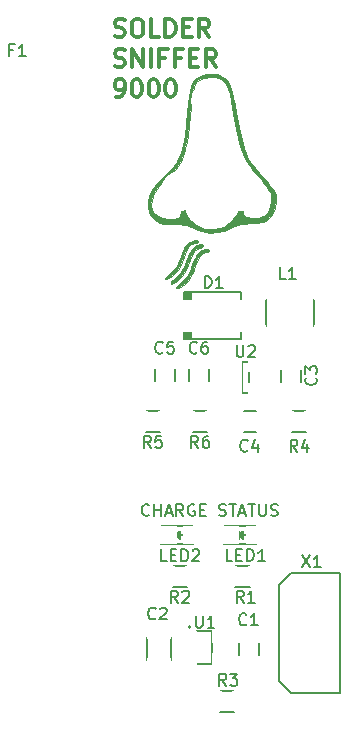
<source format=gto>
G04 #@! TF.GenerationSoftware,KiCad,Pcbnew,(2017-01-24 revision 0b6147e)-makepkg*
G04 #@! TF.CreationDate,2017-05-22T07:18:10-07:00*
G04 #@! TF.ProjectId,SolderSniffer9000,536F6C646572536E6966666572393030,rev?*
G04 #@! TF.FileFunction,Legend,Top*
G04 #@! TF.FilePolarity,Positive*
%FSLAX46Y46*%
G04 Gerber Fmt 4.6, Leading zero omitted, Abs format (unit mm)*
G04 Created by KiCad (PCBNEW (2017-01-24 revision 0b6147e)-makepkg) date 05/22/17 07:18:10*
%MOMM*%
%LPD*%
G01*
G04 APERTURE LIST*
%ADD10C,0.100000*%
%ADD11C,0.300000*%
%ADD12C,0.150000*%
%ADD13C,0.010000*%
%ADD14C,0.127000*%
%ADD15C,0.007620*%
%ADD16C,0.152400*%
%ADD17C,3.400000*%
%ADD18R,1.650000X1.400000*%
%ADD19R,2.000000X1.400000*%
%ADD20R,1.400000X1.650000*%
%ADD21R,4.000000X1.900000*%
%ADD22R,1.598880X1.598880*%
%ADD23C,2.400000*%
%ADD24R,1.100000X1.700000*%
%ADD25C,1.800000*%
%ADD26R,1.500000X1.000000*%
%ADD27R,1.800000X1.000000*%
%ADD28R,1.602740X0.652780*%
%ADD29R,2.299920X2.299920*%
%ADD30C,1.650006*%
%ADD31C,1.504000*%
%ADD32R,2.398980X2.701240*%
%ADD33C,4.900000*%
G04 APERTURE END LIST*
D10*
D11*
X145380714Y-48957142D02*
X145595000Y-49028571D01*
X145952142Y-49028571D01*
X146095000Y-48957142D01*
X146166428Y-48885714D01*
X146237857Y-48742857D01*
X146237857Y-48600000D01*
X146166428Y-48457142D01*
X146095000Y-48385714D01*
X145952142Y-48314285D01*
X145666428Y-48242857D01*
X145523571Y-48171428D01*
X145452142Y-48100000D01*
X145380714Y-47957142D01*
X145380714Y-47814285D01*
X145452142Y-47671428D01*
X145523571Y-47600000D01*
X145666428Y-47528571D01*
X146023571Y-47528571D01*
X146237857Y-47600000D01*
X147166428Y-47528571D02*
X147452142Y-47528571D01*
X147595000Y-47600000D01*
X147737857Y-47742857D01*
X147809285Y-48028571D01*
X147809285Y-48528571D01*
X147737857Y-48814285D01*
X147595000Y-48957142D01*
X147452142Y-49028571D01*
X147166428Y-49028571D01*
X147023571Y-48957142D01*
X146880714Y-48814285D01*
X146809285Y-48528571D01*
X146809285Y-48028571D01*
X146880714Y-47742857D01*
X147023571Y-47600000D01*
X147166428Y-47528571D01*
X149166428Y-49028571D02*
X148452142Y-49028571D01*
X148452142Y-47528571D01*
X149666428Y-49028571D02*
X149666428Y-47528571D01*
X150023571Y-47528571D01*
X150237857Y-47600000D01*
X150380714Y-47742857D01*
X150452142Y-47885714D01*
X150523571Y-48171428D01*
X150523571Y-48385714D01*
X150452142Y-48671428D01*
X150380714Y-48814285D01*
X150237857Y-48957142D01*
X150023571Y-49028571D01*
X149666428Y-49028571D01*
X151166428Y-48242857D02*
X151666428Y-48242857D01*
X151880714Y-49028571D02*
X151166428Y-49028571D01*
X151166428Y-47528571D01*
X151880714Y-47528571D01*
X153380714Y-49028571D02*
X152880714Y-48314285D01*
X152523571Y-49028571D02*
X152523571Y-47528571D01*
X153095000Y-47528571D01*
X153237857Y-47600000D01*
X153309285Y-47671428D01*
X153380714Y-47814285D01*
X153380714Y-48028571D01*
X153309285Y-48171428D01*
X153237857Y-48242857D01*
X153095000Y-48314285D01*
X152523571Y-48314285D01*
X145380714Y-51507142D02*
X145595000Y-51578571D01*
X145952142Y-51578571D01*
X146095000Y-51507142D01*
X146166428Y-51435714D01*
X146237857Y-51292857D01*
X146237857Y-51150000D01*
X146166428Y-51007142D01*
X146095000Y-50935714D01*
X145952142Y-50864285D01*
X145666428Y-50792857D01*
X145523571Y-50721428D01*
X145452142Y-50650000D01*
X145380714Y-50507142D01*
X145380714Y-50364285D01*
X145452142Y-50221428D01*
X145523571Y-50150000D01*
X145666428Y-50078571D01*
X146023571Y-50078571D01*
X146237857Y-50150000D01*
X146880714Y-51578571D02*
X146880714Y-50078571D01*
X147737857Y-51578571D01*
X147737857Y-50078571D01*
X148452142Y-51578571D02*
X148452142Y-50078571D01*
X149666428Y-50792857D02*
X149166428Y-50792857D01*
X149166428Y-51578571D02*
X149166428Y-50078571D01*
X149880714Y-50078571D01*
X150952142Y-50792857D02*
X150452142Y-50792857D01*
X150452142Y-51578571D02*
X150452142Y-50078571D01*
X151166428Y-50078571D01*
X151737857Y-50792857D02*
X152237857Y-50792857D01*
X152452142Y-51578571D02*
X151737857Y-51578571D01*
X151737857Y-50078571D01*
X152452142Y-50078571D01*
X153952142Y-51578571D02*
X153452142Y-50864285D01*
X153095000Y-51578571D02*
X153095000Y-50078571D01*
X153666428Y-50078571D01*
X153809285Y-50150000D01*
X153880714Y-50221428D01*
X153952142Y-50364285D01*
X153952142Y-50578571D01*
X153880714Y-50721428D01*
X153809285Y-50792857D01*
X153666428Y-50864285D01*
X153095000Y-50864285D01*
X145523571Y-54128571D02*
X145809285Y-54128571D01*
X145952142Y-54057142D01*
X146023571Y-53985714D01*
X146166428Y-53771428D01*
X146237857Y-53485714D01*
X146237857Y-52914285D01*
X146166428Y-52771428D01*
X146095000Y-52700000D01*
X145952142Y-52628571D01*
X145666428Y-52628571D01*
X145523571Y-52700000D01*
X145452142Y-52771428D01*
X145380714Y-52914285D01*
X145380714Y-53271428D01*
X145452142Y-53414285D01*
X145523571Y-53485714D01*
X145666428Y-53557142D01*
X145952142Y-53557142D01*
X146095000Y-53485714D01*
X146166428Y-53414285D01*
X146237857Y-53271428D01*
X147166428Y-52628571D02*
X147309285Y-52628571D01*
X147452142Y-52700000D01*
X147523571Y-52771428D01*
X147595000Y-52914285D01*
X147666428Y-53200000D01*
X147666428Y-53557142D01*
X147595000Y-53842857D01*
X147523571Y-53985714D01*
X147452142Y-54057142D01*
X147309285Y-54128571D01*
X147166428Y-54128571D01*
X147023571Y-54057142D01*
X146952142Y-53985714D01*
X146880714Y-53842857D01*
X146809285Y-53557142D01*
X146809285Y-53200000D01*
X146880714Y-52914285D01*
X146952142Y-52771428D01*
X147023571Y-52700000D01*
X147166428Y-52628571D01*
X148595000Y-52628571D02*
X148737857Y-52628571D01*
X148880714Y-52700000D01*
X148952142Y-52771428D01*
X149023571Y-52914285D01*
X149095000Y-53200000D01*
X149095000Y-53557142D01*
X149023571Y-53842857D01*
X148952142Y-53985714D01*
X148880714Y-54057142D01*
X148737857Y-54128571D01*
X148595000Y-54128571D01*
X148452142Y-54057142D01*
X148380714Y-53985714D01*
X148309285Y-53842857D01*
X148237857Y-53557142D01*
X148237857Y-53200000D01*
X148309285Y-52914285D01*
X148380714Y-52771428D01*
X148452142Y-52700000D01*
X148595000Y-52628571D01*
X150023571Y-52628571D02*
X150166428Y-52628571D01*
X150309285Y-52700000D01*
X150380714Y-52771428D01*
X150452142Y-52914285D01*
X150523571Y-53200000D01*
X150523571Y-53557142D01*
X150452142Y-53842857D01*
X150380714Y-53985714D01*
X150309285Y-54057142D01*
X150166428Y-54128571D01*
X150023571Y-54128571D01*
X149880714Y-54057142D01*
X149809285Y-53985714D01*
X149737857Y-53842857D01*
X149666428Y-53557142D01*
X149666428Y-53200000D01*
X149737857Y-52914285D01*
X149809285Y-52771428D01*
X149880714Y-52700000D01*
X150023571Y-52628571D01*
D12*
X148273142Y-89511142D02*
X148225523Y-89558761D01*
X148082666Y-89606380D01*
X147987428Y-89606380D01*
X147844571Y-89558761D01*
X147749333Y-89463523D01*
X147701714Y-89368285D01*
X147654095Y-89177809D01*
X147654095Y-89034952D01*
X147701714Y-88844476D01*
X147749333Y-88749238D01*
X147844571Y-88654000D01*
X147987428Y-88606380D01*
X148082666Y-88606380D01*
X148225523Y-88654000D01*
X148273142Y-88701619D01*
X148701714Y-89606380D02*
X148701714Y-88606380D01*
X148701714Y-89082571D02*
X149273142Y-89082571D01*
X149273142Y-89606380D02*
X149273142Y-88606380D01*
X149701714Y-89320666D02*
X150177904Y-89320666D01*
X149606476Y-89606380D02*
X149939809Y-88606380D01*
X150273142Y-89606380D01*
X151177904Y-89606380D02*
X150844571Y-89130190D01*
X150606476Y-89606380D02*
X150606476Y-88606380D01*
X150987428Y-88606380D01*
X151082666Y-88654000D01*
X151130285Y-88701619D01*
X151177904Y-88796857D01*
X151177904Y-88939714D01*
X151130285Y-89034952D01*
X151082666Y-89082571D01*
X150987428Y-89130190D01*
X150606476Y-89130190D01*
X152130285Y-88654000D02*
X152035047Y-88606380D01*
X151892190Y-88606380D01*
X151749333Y-88654000D01*
X151654095Y-88749238D01*
X151606476Y-88844476D01*
X151558857Y-89034952D01*
X151558857Y-89177809D01*
X151606476Y-89368285D01*
X151654095Y-89463523D01*
X151749333Y-89558761D01*
X151892190Y-89606380D01*
X151987428Y-89606380D01*
X152130285Y-89558761D01*
X152177904Y-89511142D01*
X152177904Y-89177809D01*
X151987428Y-89177809D01*
X152606476Y-89082571D02*
X152939809Y-89082571D01*
X153082666Y-89606380D02*
X152606476Y-89606380D01*
X152606476Y-88606380D01*
X153082666Y-88606380D01*
X154225523Y-89558761D02*
X154368380Y-89606380D01*
X154606476Y-89606380D01*
X154701714Y-89558761D01*
X154749333Y-89511142D01*
X154796952Y-89415904D01*
X154796952Y-89320666D01*
X154749333Y-89225428D01*
X154701714Y-89177809D01*
X154606476Y-89130190D01*
X154416000Y-89082571D01*
X154320761Y-89034952D01*
X154273142Y-88987333D01*
X154225523Y-88892095D01*
X154225523Y-88796857D01*
X154273142Y-88701619D01*
X154320761Y-88654000D01*
X154416000Y-88606380D01*
X154654095Y-88606380D01*
X154796952Y-88654000D01*
X155082666Y-88606380D02*
X155654095Y-88606380D01*
X155368380Y-89606380D02*
X155368380Y-88606380D01*
X155939809Y-89320666D02*
X156416000Y-89320666D01*
X155844571Y-89606380D02*
X156177904Y-88606380D01*
X156511238Y-89606380D01*
X156701714Y-88606380D02*
X157273142Y-88606380D01*
X156987428Y-89606380D02*
X156987428Y-88606380D01*
X157606476Y-88606380D02*
X157606476Y-89415904D01*
X157654095Y-89511142D01*
X157701714Y-89558761D01*
X157796952Y-89606380D01*
X157987428Y-89606380D01*
X158082666Y-89558761D01*
X158130285Y-89511142D01*
X158177904Y-89415904D01*
X158177904Y-88606380D01*
X158606476Y-89558761D02*
X158749333Y-89606380D01*
X158987428Y-89606380D01*
X159082666Y-89558761D01*
X159130285Y-89511142D01*
X159177904Y-89415904D01*
X159177904Y-89320666D01*
X159130285Y-89225428D01*
X159082666Y-89177809D01*
X158987428Y-89130190D01*
X158796952Y-89082571D01*
X158701714Y-89034952D01*
X158654095Y-88987333D01*
X158606476Y-88892095D01*
X158606476Y-88796857D01*
X158654095Y-88701619D01*
X158701714Y-88654000D01*
X158796952Y-88606380D01*
X159035047Y-88606380D01*
X159177904Y-88654000D01*
D13*
G36*
X153293390Y-67029189D02*
X153328250Y-67146258D01*
X153238919Y-67248305D01*
X153094833Y-67284000D01*
X152835745Y-67366393D01*
X152587855Y-67604479D01*
X152362256Y-67984618D01*
X152207494Y-68375176D01*
X152067302Y-68750624D01*
X151904475Y-69119670D01*
X151752204Y-69407635D01*
X151739722Y-69427700D01*
X151546776Y-69684223D01*
X151316583Y-69920546D01*
X151076592Y-70118163D01*
X150854248Y-70258564D01*
X150676998Y-70323243D01*
X150572290Y-70293691D01*
X150555611Y-70226166D01*
X150623870Y-70123482D01*
X150794668Y-69982375D01*
X150907072Y-69908666D01*
X151251847Y-69625693D01*
X151552127Y-69215250D01*
X151818218Y-68661363D01*
X151956097Y-68282695D01*
X152083506Y-67940320D01*
X152219822Y-67637529D01*
X152339583Y-67429659D01*
X152361280Y-67402046D01*
X152539751Y-67253160D01*
X152777634Y-67122702D01*
X153021077Y-67032213D01*
X153216228Y-67003234D01*
X153293390Y-67029189D01*
X153293390Y-67029189D01*
G37*
X153293390Y-67029189D02*
X153328250Y-67146258D01*
X153238919Y-67248305D01*
X153094833Y-67284000D01*
X152835745Y-67366393D01*
X152587855Y-67604479D01*
X152362256Y-67984618D01*
X152207494Y-68375176D01*
X152067302Y-68750624D01*
X151904475Y-69119670D01*
X151752204Y-69407635D01*
X151739722Y-69427700D01*
X151546776Y-69684223D01*
X151316583Y-69920546D01*
X151076592Y-70118163D01*
X150854248Y-70258564D01*
X150676998Y-70323243D01*
X150572290Y-70293691D01*
X150555611Y-70226166D01*
X150623870Y-70123482D01*
X150794668Y-69982375D01*
X150907072Y-69908666D01*
X151251847Y-69625693D01*
X151552127Y-69215250D01*
X151818218Y-68661363D01*
X151956097Y-68282695D01*
X152083506Y-67940320D01*
X152219822Y-67637529D01*
X152339583Y-67429659D01*
X152361280Y-67402046D01*
X152539751Y-67253160D01*
X152777634Y-67122702D01*
X153021077Y-67032213D01*
X153216228Y-67003234D01*
X153293390Y-67029189D01*
G36*
X152811495Y-66646718D02*
X152829514Y-66737805D01*
X152732593Y-66836325D01*
X152582779Y-66890810D01*
X152335152Y-66986927D01*
X152124411Y-67181295D01*
X151934277Y-67495843D01*
X151748473Y-67952495D01*
X151708491Y-68068466D01*
X151423180Y-68745373D01*
X151070906Y-69289855D01*
X150660762Y-69688917D01*
X150499908Y-69794938D01*
X150283498Y-69911240D01*
X150166421Y-69939569D01*
X150108207Y-69887498D01*
X150100655Y-69869648D01*
X150132134Y-69732407D01*
X150292552Y-69615839D01*
X150663610Y-69339880D01*
X151004982Y-68922752D01*
X151296475Y-68392354D01*
X151438580Y-68032653D01*
X151569100Y-67679882D01*
X151702880Y-67362646D01*
X151816415Y-67135522D01*
X151843632Y-67092222D01*
X152080758Y-66848690D01*
X152379555Y-66672995D01*
X152665796Y-66606666D01*
X152811495Y-66646718D01*
X152811495Y-66646718D01*
G37*
X152811495Y-66646718D02*
X152829514Y-66737805D01*
X152732593Y-66836325D01*
X152582779Y-66890810D01*
X152335152Y-66986927D01*
X152124411Y-67181295D01*
X151934277Y-67495843D01*
X151748473Y-67952495D01*
X151708491Y-68068466D01*
X151423180Y-68745373D01*
X151070906Y-69289855D01*
X150660762Y-69688917D01*
X150499908Y-69794938D01*
X150283498Y-69911240D01*
X150166421Y-69939569D01*
X150108207Y-69887498D01*
X150100655Y-69869648D01*
X150132134Y-69732407D01*
X150292552Y-69615839D01*
X150663610Y-69339880D01*
X151004982Y-68922752D01*
X151296475Y-68392354D01*
X151438580Y-68032653D01*
X151569100Y-67679882D01*
X151702880Y-67362646D01*
X151816415Y-67135522D01*
X151843632Y-67092222D01*
X152080758Y-66848690D01*
X152379555Y-66672995D01*
X152665796Y-66606666D01*
X152811495Y-66646718D01*
G36*
X152344313Y-66247746D02*
X152349883Y-66252682D01*
X152395135Y-66380571D01*
X152307903Y-66485963D01*
X152154025Y-66522000D01*
X151869960Y-66603992D01*
X151613584Y-66840020D01*
X151408686Y-67197908D01*
X151307800Y-67450009D01*
X151243282Y-67645017D01*
X151230667Y-67710924D01*
X151196167Y-67832489D01*
X151105497Y-68057979D01*
X150977904Y-68339707D01*
X150971231Y-68353723D01*
X150711946Y-68798815D01*
X150390547Y-69147175D01*
X150286295Y-69233661D01*
X149969172Y-69460166D01*
X149752206Y-69560213D01*
X149638886Y-69532605D01*
X149622000Y-69461254D01*
X149688501Y-69347306D01*
X149850002Y-69218010D01*
X149864147Y-69209469D01*
X150271821Y-68883691D01*
X150618894Y-68419357D01*
X150913542Y-67804984D01*
X150968664Y-67658210D01*
X151102812Y-67302886D01*
X151232057Y-66988927D01*
X151336088Y-66764592D01*
X151370015Y-66704580D01*
X151520044Y-66552074D01*
X151743533Y-66406596D01*
X151989438Y-66291688D01*
X152206713Y-66230891D01*
X152344313Y-66247746D01*
X152344313Y-66247746D01*
G37*
X152344313Y-66247746D02*
X152349883Y-66252682D01*
X152395135Y-66380571D01*
X152307903Y-66485963D01*
X152154025Y-66522000D01*
X151869960Y-66603992D01*
X151613584Y-66840020D01*
X151408686Y-67197908D01*
X151307800Y-67450009D01*
X151243282Y-67645017D01*
X151230667Y-67710924D01*
X151196167Y-67832489D01*
X151105497Y-68057979D01*
X150977904Y-68339707D01*
X150971231Y-68353723D01*
X150711946Y-68798815D01*
X150390547Y-69147175D01*
X150286295Y-69233661D01*
X149969172Y-69460166D01*
X149752206Y-69560213D01*
X149638886Y-69532605D01*
X149622000Y-69461254D01*
X149688501Y-69347306D01*
X149850002Y-69218010D01*
X149864147Y-69209469D01*
X150271821Y-68883691D01*
X150618894Y-68419357D01*
X150913542Y-67804984D01*
X150968664Y-67658210D01*
X151102812Y-67302886D01*
X151232057Y-66988927D01*
X151336088Y-66764592D01*
X151370015Y-66704580D01*
X151520044Y-66552074D01*
X151743533Y-66406596D01*
X151989438Y-66291688D01*
X152206713Y-66230891D01*
X152344313Y-66247746D01*
G36*
X153851954Y-52161562D02*
X154017036Y-52205787D01*
X154200634Y-52248744D01*
X154399457Y-52335281D01*
X154644125Y-52498304D01*
X154772811Y-52604946D01*
X154892618Y-52719418D01*
X154993948Y-52838844D01*
X155082465Y-52982105D01*
X155163831Y-53168082D01*
X155243710Y-53415659D01*
X155327765Y-53743715D01*
X155421658Y-54171135D01*
X155531052Y-54716798D01*
X155661611Y-55399588D01*
X155746664Y-55852000D01*
X155911244Y-56703286D01*
X156059619Y-57407719D01*
X156197645Y-57986335D01*
X156331178Y-58460171D01*
X156466075Y-58850263D01*
X156608192Y-59177648D01*
X156741964Y-59427324D01*
X156872888Y-59617770D01*
X157092053Y-59901262D01*
X157373579Y-60245746D01*
X157691588Y-60619165D01*
X157849254Y-60798891D01*
X158255562Y-61264805D01*
X158558618Y-61635629D01*
X158773206Y-61937691D01*
X158914107Y-62197317D01*
X158996104Y-62440833D01*
X159033979Y-62694567D01*
X159042453Y-62923927D01*
X158970785Y-63486950D01*
X158757860Y-63988041D01*
X158417834Y-64398185D01*
X158263476Y-64520495D01*
X158103069Y-64625169D01*
X157947109Y-64698264D01*
X157757247Y-64748243D01*
X157495135Y-64783567D01*
X157122423Y-64812701D01*
X156867933Y-64828466D01*
X156404218Y-64860182D01*
X156064971Y-64897003D01*
X155805373Y-64948031D01*
X155580606Y-65022369D01*
X155345851Y-65129117D01*
X155317163Y-65143395D01*
X154647603Y-65433975D01*
X154046364Y-65594621D01*
X153481071Y-65631537D01*
X153045684Y-65578712D01*
X152745622Y-65498020D01*
X152381721Y-65371025D01*
X152089391Y-65249982D01*
X151394406Y-64995470D01*
X150718041Y-64881150D01*
X150102174Y-64887216D01*
X149754185Y-64902903D01*
X149488412Y-64872990D01*
X149220785Y-64783853D01*
X149078510Y-64721321D01*
X148679769Y-64498258D01*
X148417602Y-64239086D01*
X148269572Y-63907117D01*
X148213242Y-63465663D01*
X148210883Y-63302667D01*
X148210932Y-63301470D01*
X148449767Y-63301470D01*
X148526796Y-63698396D01*
X148707363Y-63970638D01*
X149032741Y-64210245D01*
X149455887Y-64383305D01*
X149920543Y-64478243D01*
X150370447Y-64483482D01*
X150744349Y-64389743D01*
X150883663Y-64298893D01*
X150946244Y-64156612D01*
X150960000Y-63924077D01*
X150972267Y-63690669D01*
X151022002Y-63582558D01*
X151125496Y-63556667D01*
X151251701Y-63605862D01*
X151329606Y-63776875D01*
X151349276Y-63867341D01*
X151488878Y-64202355D01*
X151762653Y-64536111D01*
X152137176Y-64843152D01*
X152579026Y-65098021D01*
X153054779Y-65275259D01*
X153257153Y-65320513D01*
X153757586Y-65342412D01*
X154268573Y-65252988D01*
X154598364Y-65124191D01*
X155037495Y-64830706D01*
X155414215Y-64452309D01*
X155700419Y-64026955D01*
X155868005Y-63592603D01*
X155899307Y-63367142D01*
X155921583Y-63135655D01*
X155979566Y-63029813D01*
X156082333Y-63006334D01*
X156213252Y-63054293D01*
X156227620Y-63175667D01*
X156185229Y-63639976D01*
X156222712Y-63968419D01*
X156357267Y-64182438D01*
X156606091Y-64303472D01*
X156986381Y-64352963D01*
X157175552Y-64357511D01*
X157537655Y-64349293D01*
X157782643Y-64313032D01*
X157961787Y-64238592D01*
X158038712Y-64186867D01*
X158323027Y-63878902D01*
X158527772Y-63465592D01*
X158638770Y-62997792D01*
X158641842Y-62526357D01*
X158580174Y-62244861D01*
X158481587Y-62053525D01*
X158295018Y-61779036D01*
X158049067Y-61461052D01*
X157825059Y-61197824D01*
X157433876Y-60755017D01*
X157103016Y-60366202D01*
X156824429Y-60011367D01*
X156590066Y-59670499D01*
X156391876Y-59323587D01*
X156221810Y-58950616D01*
X156071818Y-58531575D01*
X155933849Y-58046451D01*
X155799855Y-57475232D01*
X155661785Y-56797905D01*
X155511589Y-55994458D01*
X155341218Y-55044877D01*
X155334183Y-55005334D01*
X155241292Y-54530796D01*
X155135542Y-54066365D01*
X155029477Y-53663144D01*
X154935644Y-53372237D01*
X154929266Y-53355913D01*
X154791872Y-53050875D01*
X154648816Y-52851907D01*
X154453015Y-52700890D01*
X154350554Y-52641538D01*
X153903437Y-52473735D01*
X153422666Y-52424958D01*
X152953336Y-52490182D01*
X152540540Y-52664379D01*
X152287933Y-52871429D01*
X152196494Y-53030196D01*
X152109173Y-53305550D01*
X152024028Y-53708165D01*
X151939114Y-54248714D01*
X151852489Y-54937868D01*
X151768338Y-55725000D01*
X151674346Y-56586206D01*
X151577849Y-57307087D01*
X151473688Y-57916633D01*
X151356702Y-58443833D01*
X151221730Y-58917675D01*
X151174541Y-59060882D01*
X151038064Y-59437809D01*
X150900874Y-59741753D01*
X150737150Y-60009006D01*
X150521071Y-60275863D01*
X150226817Y-60578616D01*
X149828565Y-60953560D01*
X149826917Y-60955080D01*
X149442736Y-61321320D01*
X149161994Y-61622090D01*
X148953672Y-61894856D01*
X148786752Y-62177080D01*
X148741863Y-62265633D01*
X148521455Y-62823943D01*
X148449767Y-63301470D01*
X148210932Y-63301470D01*
X148225792Y-62938703D01*
X148277379Y-62622420D01*
X148380719Y-62326250D01*
X148550885Y-62022623D01*
X148802953Y-61683970D01*
X149151997Y-61282721D01*
X149545134Y-60862465D01*
X149993760Y-60375140D01*
X150355694Y-59947396D01*
X150616023Y-59597617D01*
X150738937Y-59390771D01*
X150957401Y-58850247D01*
X151139655Y-58193471D01*
X151289369Y-57404061D01*
X151410212Y-56465632D01*
X151423910Y-56332653D01*
X151514595Y-55455433D01*
X151596629Y-54730664D01*
X151673799Y-54141925D01*
X151749891Y-53672792D01*
X151828694Y-53306842D01*
X151913994Y-53027651D01*
X152009579Y-52818797D01*
X152119236Y-52663856D01*
X152246752Y-52546404D01*
X152306787Y-52504145D01*
X152533422Y-52396111D01*
X152850604Y-52294154D01*
X153202112Y-52210738D01*
X153531728Y-52158327D01*
X153783232Y-52149386D01*
X153851954Y-52161562D01*
X153851954Y-52161562D01*
G37*
X153851954Y-52161562D02*
X154017036Y-52205787D01*
X154200634Y-52248744D01*
X154399457Y-52335281D01*
X154644125Y-52498304D01*
X154772811Y-52604946D01*
X154892618Y-52719418D01*
X154993948Y-52838844D01*
X155082465Y-52982105D01*
X155163831Y-53168082D01*
X155243710Y-53415659D01*
X155327765Y-53743715D01*
X155421658Y-54171135D01*
X155531052Y-54716798D01*
X155661611Y-55399588D01*
X155746664Y-55852000D01*
X155911244Y-56703286D01*
X156059619Y-57407719D01*
X156197645Y-57986335D01*
X156331178Y-58460171D01*
X156466075Y-58850263D01*
X156608192Y-59177648D01*
X156741964Y-59427324D01*
X156872888Y-59617770D01*
X157092053Y-59901262D01*
X157373579Y-60245746D01*
X157691588Y-60619165D01*
X157849254Y-60798891D01*
X158255562Y-61264805D01*
X158558618Y-61635629D01*
X158773206Y-61937691D01*
X158914107Y-62197317D01*
X158996104Y-62440833D01*
X159033979Y-62694567D01*
X159042453Y-62923927D01*
X158970785Y-63486950D01*
X158757860Y-63988041D01*
X158417834Y-64398185D01*
X158263476Y-64520495D01*
X158103069Y-64625169D01*
X157947109Y-64698264D01*
X157757247Y-64748243D01*
X157495135Y-64783567D01*
X157122423Y-64812701D01*
X156867933Y-64828466D01*
X156404218Y-64860182D01*
X156064971Y-64897003D01*
X155805373Y-64948031D01*
X155580606Y-65022369D01*
X155345851Y-65129117D01*
X155317163Y-65143395D01*
X154647603Y-65433975D01*
X154046364Y-65594621D01*
X153481071Y-65631537D01*
X153045684Y-65578712D01*
X152745622Y-65498020D01*
X152381721Y-65371025D01*
X152089391Y-65249982D01*
X151394406Y-64995470D01*
X150718041Y-64881150D01*
X150102174Y-64887216D01*
X149754185Y-64902903D01*
X149488412Y-64872990D01*
X149220785Y-64783853D01*
X149078510Y-64721321D01*
X148679769Y-64498258D01*
X148417602Y-64239086D01*
X148269572Y-63907117D01*
X148213242Y-63465663D01*
X148210883Y-63302667D01*
X148210932Y-63301470D01*
X148449767Y-63301470D01*
X148526796Y-63698396D01*
X148707363Y-63970638D01*
X149032741Y-64210245D01*
X149455887Y-64383305D01*
X149920543Y-64478243D01*
X150370447Y-64483482D01*
X150744349Y-64389743D01*
X150883663Y-64298893D01*
X150946244Y-64156612D01*
X150960000Y-63924077D01*
X150972267Y-63690669D01*
X151022002Y-63582558D01*
X151125496Y-63556667D01*
X151251701Y-63605862D01*
X151329606Y-63776875D01*
X151349276Y-63867341D01*
X151488878Y-64202355D01*
X151762653Y-64536111D01*
X152137176Y-64843152D01*
X152579026Y-65098021D01*
X153054779Y-65275259D01*
X153257153Y-65320513D01*
X153757586Y-65342412D01*
X154268573Y-65252988D01*
X154598364Y-65124191D01*
X155037495Y-64830706D01*
X155414215Y-64452309D01*
X155700419Y-64026955D01*
X155868005Y-63592603D01*
X155899307Y-63367142D01*
X155921583Y-63135655D01*
X155979566Y-63029813D01*
X156082333Y-63006334D01*
X156213252Y-63054293D01*
X156227620Y-63175667D01*
X156185229Y-63639976D01*
X156222712Y-63968419D01*
X156357267Y-64182438D01*
X156606091Y-64303472D01*
X156986381Y-64352963D01*
X157175552Y-64357511D01*
X157537655Y-64349293D01*
X157782643Y-64313032D01*
X157961787Y-64238592D01*
X158038712Y-64186867D01*
X158323027Y-63878902D01*
X158527772Y-63465592D01*
X158638770Y-62997792D01*
X158641842Y-62526357D01*
X158580174Y-62244861D01*
X158481587Y-62053525D01*
X158295018Y-61779036D01*
X158049067Y-61461052D01*
X157825059Y-61197824D01*
X157433876Y-60755017D01*
X157103016Y-60366202D01*
X156824429Y-60011367D01*
X156590066Y-59670499D01*
X156391876Y-59323587D01*
X156221810Y-58950616D01*
X156071818Y-58531575D01*
X155933849Y-58046451D01*
X155799855Y-57475232D01*
X155661785Y-56797905D01*
X155511589Y-55994458D01*
X155341218Y-55044877D01*
X155334183Y-55005334D01*
X155241292Y-54530796D01*
X155135542Y-54066365D01*
X155029477Y-53663144D01*
X154935644Y-53372237D01*
X154929266Y-53355913D01*
X154791872Y-53050875D01*
X154648816Y-52851907D01*
X154453015Y-52700890D01*
X154350554Y-52641538D01*
X153903437Y-52473735D01*
X153422666Y-52424958D01*
X152953336Y-52490182D01*
X152540540Y-52664379D01*
X152287933Y-52871429D01*
X152196494Y-53030196D01*
X152109173Y-53305550D01*
X152024028Y-53708165D01*
X151939114Y-54248714D01*
X151852489Y-54937868D01*
X151768338Y-55725000D01*
X151674346Y-56586206D01*
X151577849Y-57307087D01*
X151473688Y-57916633D01*
X151356702Y-58443833D01*
X151221730Y-58917675D01*
X151174541Y-59060882D01*
X151038064Y-59437809D01*
X150900874Y-59741753D01*
X150737150Y-60009006D01*
X150521071Y-60275863D01*
X150226817Y-60578616D01*
X149828565Y-60953560D01*
X149826917Y-60955080D01*
X149442736Y-61321320D01*
X149161994Y-61622090D01*
X148953672Y-61894856D01*
X148786752Y-62177080D01*
X148741863Y-62265633D01*
X148521455Y-62823943D01*
X148449767Y-63301470D01*
X148210932Y-63301470D01*
X148225792Y-62938703D01*
X148277379Y-62622420D01*
X148380719Y-62326250D01*
X148550885Y-62022623D01*
X148802953Y-61683970D01*
X149151997Y-61282721D01*
X149545134Y-60862465D01*
X149993760Y-60375140D01*
X150355694Y-59947396D01*
X150616023Y-59597617D01*
X150738937Y-59390771D01*
X150957401Y-58850247D01*
X151139655Y-58193471D01*
X151289369Y-57404061D01*
X151410212Y-56465632D01*
X151423910Y-56332653D01*
X151514595Y-55455433D01*
X151596629Y-54730664D01*
X151673799Y-54141925D01*
X151749891Y-53672792D01*
X151828694Y-53306842D01*
X151913994Y-53027651D01*
X152009579Y-52818797D01*
X152119236Y-52663856D01*
X152246752Y-52546404D01*
X152306787Y-52504145D01*
X152533422Y-52396111D01*
X152850604Y-52294154D01*
X153202112Y-52210738D01*
X153531728Y-52158327D01*
X153783232Y-52149386D01*
X153851954Y-52161562D01*
D12*
X155868000Y-100338000D02*
X155868000Y-101338000D01*
X157568000Y-101338000D02*
X157568000Y-100338000D01*
X148073000Y-99838000D02*
X148073000Y-101838000D01*
X150123000Y-101838000D02*
X150123000Y-99838000D01*
X159424000Y-77224000D02*
X159424000Y-78224000D01*
X161124000Y-78224000D02*
X161124000Y-77224000D01*
X156300000Y-82450000D02*
X157300000Y-82450000D01*
X157300000Y-80750000D02*
X156300000Y-80750000D01*
X150450000Y-78200000D02*
X150450000Y-77200000D01*
X148750000Y-77200000D02*
X148750000Y-78200000D01*
X151650000Y-77200000D02*
X151650000Y-78200000D01*
X153350000Y-78200000D02*
X153350000Y-77200000D01*
X158174000Y-71390000D02*
X158374000Y-71190000D01*
X158174000Y-73390000D02*
X158174000Y-71390000D01*
X158374000Y-73590000D02*
X158174000Y-73390000D01*
X162274000Y-71390000D02*
X162074000Y-71190000D01*
X162274000Y-73390000D02*
X162274000Y-71390000D01*
X162074000Y-73590000D02*
X162274000Y-73390000D01*
X154610000Y-91936000D02*
X157310000Y-91936000D01*
X154610000Y-90436000D02*
X157310000Y-90436000D01*
X156110000Y-91336000D02*
X156110000Y-91086000D01*
X156110000Y-91086000D02*
X155960000Y-91236000D01*
X155860000Y-90836000D02*
X155860000Y-91536000D01*
X156210000Y-91186000D02*
X156560000Y-91186000D01*
X155860000Y-91186000D02*
X156210000Y-90836000D01*
X156210000Y-90836000D02*
X156210000Y-91536000D01*
X156210000Y-91536000D02*
X155860000Y-91186000D01*
X150900000Y-91550000D02*
X150550000Y-91200000D01*
X150900000Y-90850000D02*
X150900000Y-91550000D01*
X150550000Y-91200000D02*
X150900000Y-90850000D01*
X150900000Y-91200000D02*
X151250000Y-91200000D01*
X150550000Y-90850000D02*
X150550000Y-91550000D01*
X150800000Y-91100000D02*
X150650000Y-91250000D01*
X150800000Y-91350000D02*
X150800000Y-91100000D01*
X149300000Y-90450000D02*
X152000000Y-90450000D01*
X149300000Y-91950000D02*
X152000000Y-91950000D01*
X155600000Y-93825000D02*
X156800000Y-93825000D01*
X156800000Y-95575000D02*
X155600000Y-95575000D01*
X150300000Y-93825000D02*
X151500000Y-93825000D01*
X151500000Y-95575000D02*
X150300000Y-95575000D01*
X155500000Y-106175000D02*
X154300000Y-106175000D01*
X154300000Y-104425000D02*
X155500000Y-104425000D01*
X161600000Y-82475000D02*
X160400000Y-82475000D01*
X160400000Y-80725000D02*
X161600000Y-80725000D01*
X149200000Y-82475000D02*
X148000000Y-82475000D01*
X148000000Y-80725000D02*
X149200000Y-80725000D01*
X152000000Y-80725000D02*
X153200000Y-80725000D01*
X153200000Y-82475000D02*
X152000000Y-82475000D01*
X151808102Y-99000000D02*
G75*
G03X151808102Y-99000000I-78102J0D01*
G01*
X152220000Y-99350000D02*
X153620000Y-99350000D01*
X152220000Y-102150000D02*
X152220000Y-99350000D01*
X152320000Y-102150000D02*
X152220000Y-102150000D01*
X153620000Y-102150000D02*
X152320000Y-102150000D01*
X153620000Y-99350000D02*
X153620000Y-102150000D01*
X156160000Y-76550000D02*
X156760000Y-76550000D01*
X156160000Y-79150000D02*
X156160000Y-76550000D01*
X156760000Y-79150000D02*
X156160000Y-79150000D01*
X156760000Y-76550000D02*
X156760000Y-79150000D01*
D14*
X164434960Y-104570000D02*
X164434960Y-94410000D01*
X164434960Y-104570000D02*
X160282060Y-104570000D01*
X160282060Y-104570000D02*
X159281300Y-103569240D01*
X159281300Y-103569240D02*
X159281300Y-95410760D01*
X159281300Y-95410760D02*
X160282060Y-94410000D01*
X160282060Y-94410000D02*
X164434960Y-94410000D01*
D15*
X162629020Y-103038380D02*
X163327520Y-103038380D01*
D14*
X151368760Y-74642980D02*
X151368760Y-70645020D01*
X151470360Y-70645020D02*
X151470360Y-74642980D01*
X151569420Y-74642980D02*
X151569420Y-70645020D01*
X151671020Y-70645020D02*
X151671020Y-74642980D01*
X151770080Y-74642980D02*
X151770080Y-70645020D01*
X151869140Y-74642980D02*
X151869140Y-70645020D01*
X151269700Y-74642980D02*
X151269700Y-70645020D01*
X151269700Y-70645020D02*
X156070300Y-70645020D01*
X156070300Y-70645020D02*
X156070300Y-74642980D01*
X156070300Y-74642980D02*
X151269700Y-74642980D01*
D12*
X156533333Y-98757142D02*
X156485714Y-98804761D01*
X156342857Y-98852380D01*
X156247619Y-98852380D01*
X156104761Y-98804761D01*
X156009523Y-98709523D01*
X155961904Y-98614285D01*
X155914285Y-98423809D01*
X155914285Y-98280952D01*
X155961904Y-98090476D01*
X156009523Y-97995238D01*
X156104761Y-97900000D01*
X156247619Y-97852380D01*
X156342857Y-97852380D01*
X156485714Y-97900000D01*
X156533333Y-97947619D01*
X157485714Y-98852380D02*
X156914285Y-98852380D01*
X157200000Y-98852380D02*
X157200000Y-97852380D01*
X157104761Y-97995238D01*
X157009523Y-98090476D01*
X156914285Y-98138095D01*
X148833333Y-98257142D02*
X148785714Y-98304761D01*
X148642857Y-98352380D01*
X148547619Y-98352380D01*
X148404761Y-98304761D01*
X148309523Y-98209523D01*
X148261904Y-98114285D01*
X148214285Y-97923809D01*
X148214285Y-97780952D01*
X148261904Y-97590476D01*
X148309523Y-97495238D01*
X148404761Y-97400000D01*
X148547619Y-97352380D01*
X148642857Y-97352380D01*
X148785714Y-97400000D01*
X148833333Y-97447619D01*
X149214285Y-97447619D02*
X149261904Y-97400000D01*
X149357142Y-97352380D01*
X149595238Y-97352380D01*
X149690476Y-97400000D01*
X149738095Y-97447619D01*
X149785714Y-97542857D01*
X149785714Y-97638095D01*
X149738095Y-97780952D01*
X149166666Y-98352380D01*
X149785714Y-98352380D01*
X162409142Y-77890666D02*
X162456761Y-77938285D01*
X162504380Y-78081142D01*
X162504380Y-78176380D01*
X162456761Y-78319238D01*
X162361523Y-78414476D01*
X162266285Y-78462095D01*
X162075809Y-78509714D01*
X161932952Y-78509714D01*
X161742476Y-78462095D01*
X161647238Y-78414476D01*
X161552000Y-78319238D01*
X161504380Y-78176380D01*
X161504380Y-78081142D01*
X161552000Y-77938285D01*
X161599619Y-77890666D01*
X161504380Y-77557333D02*
X161504380Y-76938285D01*
X161885333Y-77271619D01*
X161885333Y-77128761D01*
X161932952Y-77033523D01*
X161980571Y-76985904D01*
X162075809Y-76938285D01*
X162313904Y-76938285D01*
X162409142Y-76985904D01*
X162456761Y-77033523D01*
X162504380Y-77128761D01*
X162504380Y-77414476D01*
X162456761Y-77509714D01*
X162409142Y-77557333D01*
X156633333Y-84057142D02*
X156585714Y-84104761D01*
X156442857Y-84152380D01*
X156347619Y-84152380D01*
X156204761Y-84104761D01*
X156109523Y-84009523D01*
X156061904Y-83914285D01*
X156014285Y-83723809D01*
X156014285Y-83580952D01*
X156061904Y-83390476D01*
X156109523Y-83295238D01*
X156204761Y-83200000D01*
X156347619Y-83152380D01*
X156442857Y-83152380D01*
X156585714Y-83200000D01*
X156633333Y-83247619D01*
X157490476Y-83485714D02*
X157490476Y-84152380D01*
X157252380Y-83104761D02*
X157014285Y-83819047D01*
X157633333Y-83819047D01*
X149433333Y-75757142D02*
X149385714Y-75804761D01*
X149242857Y-75852380D01*
X149147619Y-75852380D01*
X149004761Y-75804761D01*
X148909523Y-75709523D01*
X148861904Y-75614285D01*
X148814285Y-75423809D01*
X148814285Y-75280952D01*
X148861904Y-75090476D01*
X148909523Y-74995238D01*
X149004761Y-74900000D01*
X149147619Y-74852380D01*
X149242857Y-74852380D01*
X149385714Y-74900000D01*
X149433333Y-74947619D01*
X150338095Y-74852380D02*
X149861904Y-74852380D01*
X149814285Y-75328571D01*
X149861904Y-75280952D01*
X149957142Y-75233333D01*
X150195238Y-75233333D01*
X150290476Y-75280952D01*
X150338095Y-75328571D01*
X150385714Y-75423809D01*
X150385714Y-75661904D01*
X150338095Y-75757142D01*
X150290476Y-75804761D01*
X150195238Y-75852380D01*
X149957142Y-75852380D01*
X149861904Y-75804761D01*
X149814285Y-75757142D01*
X152333333Y-75757142D02*
X152285714Y-75804761D01*
X152142857Y-75852380D01*
X152047619Y-75852380D01*
X151904761Y-75804761D01*
X151809523Y-75709523D01*
X151761904Y-75614285D01*
X151714285Y-75423809D01*
X151714285Y-75280952D01*
X151761904Y-75090476D01*
X151809523Y-74995238D01*
X151904761Y-74900000D01*
X152047619Y-74852380D01*
X152142857Y-74852380D01*
X152285714Y-74900000D01*
X152333333Y-74947619D01*
X153190476Y-74852380D02*
X153000000Y-74852380D01*
X152904761Y-74900000D01*
X152857142Y-74947619D01*
X152761904Y-75090476D01*
X152714285Y-75280952D01*
X152714285Y-75661904D01*
X152761904Y-75757142D01*
X152809523Y-75804761D01*
X152904761Y-75852380D01*
X153095238Y-75852380D01*
X153190476Y-75804761D01*
X153238095Y-75757142D01*
X153285714Y-75661904D01*
X153285714Y-75423809D01*
X153238095Y-75328571D01*
X153190476Y-75280952D01*
X153095238Y-75233333D01*
X152904761Y-75233333D01*
X152809523Y-75280952D01*
X152761904Y-75328571D01*
X152714285Y-75423809D01*
X159853333Y-69540380D02*
X159377142Y-69540380D01*
X159377142Y-68540380D01*
X160710476Y-69540380D02*
X160139047Y-69540380D01*
X160424761Y-69540380D02*
X160424761Y-68540380D01*
X160329523Y-68683238D01*
X160234285Y-68778476D01*
X160139047Y-68826095D01*
X155344952Y-93416380D02*
X154868761Y-93416380D01*
X154868761Y-92416380D01*
X155678285Y-92892571D02*
X156011619Y-92892571D01*
X156154476Y-93416380D02*
X155678285Y-93416380D01*
X155678285Y-92416380D01*
X156154476Y-92416380D01*
X156583047Y-93416380D02*
X156583047Y-92416380D01*
X156821142Y-92416380D01*
X156964000Y-92464000D01*
X157059238Y-92559238D01*
X157106857Y-92654476D01*
X157154476Y-92844952D01*
X157154476Y-92987809D01*
X157106857Y-93178285D01*
X157059238Y-93273523D01*
X156964000Y-93368761D01*
X156821142Y-93416380D01*
X156583047Y-93416380D01*
X158106857Y-93416380D02*
X157535428Y-93416380D01*
X157821142Y-93416380D02*
X157821142Y-92416380D01*
X157725904Y-92559238D01*
X157630666Y-92654476D01*
X157535428Y-92702095D01*
X149780952Y-93430380D02*
X149304761Y-93430380D01*
X149304761Y-92430380D01*
X150114285Y-92906571D02*
X150447619Y-92906571D01*
X150590476Y-93430380D02*
X150114285Y-93430380D01*
X150114285Y-92430380D01*
X150590476Y-92430380D01*
X151019047Y-93430380D02*
X151019047Y-92430380D01*
X151257142Y-92430380D01*
X151400000Y-92478000D01*
X151495238Y-92573238D01*
X151542857Y-92668476D01*
X151590476Y-92858952D01*
X151590476Y-93001809D01*
X151542857Y-93192285D01*
X151495238Y-93287523D01*
X151400000Y-93382761D01*
X151257142Y-93430380D01*
X151019047Y-93430380D01*
X151971428Y-92525619D02*
X152019047Y-92478000D01*
X152114285Y-92430380D01*
X152352380Y-92430380D01*
X152447619Y-92478000D01*
X152495238Y-92525619D01*
X152542857Y-92620857D01*
X152542857Y-92716095D01*
X152495238Y-92858952D01*
X151923809Y-93430380D01*
X152542857Y-93430380D01*
X156287333Y-96930380D02*
X155954000Y-96454190D01*
X155715904Y-96930380D02*
X155715904Y-95930380D01*
X156096857Y-95930380D01*
X156192095Y-95978000D01*
X156239714Y-96025619D01*
X156287333Y-96120857D01*
X156287333Y-96263714D01*
X156239714Y-96358952D01*
X156192095Y-96406571D01*
X156096857Y-96454190D01*
X155715904Y-96454190D01*
X157239714Y-96930380D02*
X156668285Y-96930380D01*
X156954000Y-96930380D02*
X156954000Y-95930380D01*
X156858761Y-96073238D01*
X156763523Y-96168476D01*
X156668285Y-96216095D01*
X150733333Y-96930380D02*
X150400000Y-96454190D01*
X150161904Y-96930380D02*
X150161904Y-95930380D01*
X150542857Y-95930380D01*
X150638095Y-95978000D01*
X150685714Y-96025619D01*
X150733333Y-96120857D01*
X150733333Y-96263714D01*
X150685714Y-96358952D01*
X150638095Y-96406571D01*
X150542857Y-96454190D01*
X150161904Y-96454190D01*
X151114285Y-96025619D02*
X151161904Y-95978000D01*
X151257142Y-95930380D01*
X151495238Y-95930380D01*
X151590476Y-95978000D01*
X151638095Y-96025619D01*
X151685714Y-96120857D01*
X151685714Y-96216095D01*
X151638095Y-96358952D01*
X151066666Y-96930380D01*
X151685714Y-96930380D01*
X154811333Y-103966380D02*
X154478000Y-103490190D01*
X154239904Y-103966380D02*
X154239904Y-102966380D01*
X154620857Y-102966380D01*
X154716095Y-103014000D01*
X154763714Y-103061619D01*
X154811333Y-103156857D01*
X154811333Y-103299714D01*
X154763714Y-103394952D01*
X154716095Y-103442571D01*
X154620857Y-103490190D01*
X154239904Y-103490190D01*
X155144666Y-102966380D02*
X155763714Y-102966380D01*
X155430380Y-103347333D01*
X155573238Y-103347333D01*
X155668476Y-103394952D01*
X155716095Y-103442571D01*
X155763714Y-103537809D01*
X155763714Y-103775904D01*
X155716095Y-103871142D01*
X155668476Y-103918761D01*
X155573238Y-103966380D01*
X155287523Y-103966380D01*
X155192285Y-103918761D01*
X155144666Y-103871142D01*
X160833333Y-84152380D02*
X160500000Y-83676190D01*
X160261904Y-84152380D02*
X160261904Y-83152380D01*
X160642857Y-83152380D01*
X160738095Y-83200000D01*
X160785714Y-83247619D01*
X160833333Y-83342857D01*
X160833333Y-83485714D01*
X160785714Y-83580952D01*
X160738095Y-83628571D01*
X160642857Y-83676190D01*
X160261904Y-83676190D01*
X161690476Y-83485714D02*
X161690476Y-84152380D01*
X161452380Y-83104761D02*
X161214285Y-83819047D01*
X161833333Y-83819047D01*
X148433333Y-83830380D02*
X148100000Y-83354190D01*
X147861904Y-83830380D02*
X147861904Y-82830380D01*
X148242857Y-82830380D01*
X148338095Y-82878000D01*
X148385714Y-82925619D01*
X148433333Y-83020857D01*
X148433333Y-83163714D01*
X148385714Y-83258952D01*
X148338095Y-83306571D01*
X148242857Y-83354190D01*
X147861904Y-83354190D01*
X149338095Y-82830380D02*
X148861904Y-82830380D01*
X148814285Y-83306571D01*
X148861904Y-83258952D01*
X148957142Y-83211333D01*
X149195238Y-83211333D01*
X149290476Y-83258952D01*
X149338095Y-83306571D01*
X149385714Y-83401809D01*
X149385714Y-83639904D01*
X149338095Y-83735142D01*
X149290476Y-83782761D01*
X149195238Y-83830380D01*
X148957142Y-83830380D01*
X148861904Y-83782761D01*
X148814285Y-83735142D01*
X152433333Y-83830380D02*
X152100000Y-83354190D01*
X151861904Y-83830380D02*
X151861904Y-82830380D01*
X152242857Y-82830380D01*
X152338095Y-82878000D01*
X152385714Y-82925619D01*
X152433333Y-83020857D01*
X152433333Y-83163714D01*
X152385714Y-83258952D01*
X152338095Y-83306571D01*
X152242857Y-83354190D01*
X151861904Y-83354190D01*
X153290476Y-82830380D02*
X153100000Y-82830380D01*
X153004761Y-82878000D01*
X152957142Y-82925619D01*
X152861904Y-83068476D01*
X152814285Y-83258952D01*
X152814285Y-83639904D01*
X152861904Y-83735142D01*
X152909523Y-83782761D01*
X153004761Y-83830380D01*
X153195238Y-83830380D01*
X153290476Y-83782761D01*
X153338095Y-83735142D01*
X153385714Y-83639904D01*
X153385714Y-83401809D01*
X153338095Y-83306571D01*
X153290476Y-83258952D01*
X153195238Y-83211333D01*
X153004761Y-83211333D01*
X152909523Y-83258952D01*
X152861904Y-83306571D01*
X152814285Y-83401809D01*
X152238095Y-98052380D02*
X152238095Y-98861904D01*
X152285714Y-98957142D01*
X152333333Y-99004761D01*
X152428571Y-99052380D01*
X152619047Y-99052380D01*
X152714285Y-99004761D01*
X152761904Y-98957142D01*
X152809523Y-98861904D01*
X152809523Y-98052380D01*
X153809523Y-99052380D02*
X153238095Y-99052380D01*
X153523809Y-99052380D02*
X153523809Y-98052380D01*
X153428571Y-98195238D01*
X153333333Y-98290476D01*
X153238095Y-98338095D01*
X155702095Y-75144380D02*
X155702095Y-75953904D01*
X155749714Y-76049142D01*
X155797333Y-76096761D01*
X155892571Y-76144380D01*
X156083047Y-76144380D01*
X156178285Y-76096761D01*
X156225904Y-76049142D01*
X156273523Y-75953904D01*
X156273523Y-75144380D01*
X156702095Y-75239619D02*
X156749714Y-75192000D01*
X156844952Y-75144380D01*
X157083047Y-75144380D01*
X157178285Y-75192000D01*
X157225904Y-75239619D01*
X157273523Y-75334857D01*
X157273523Y-75430095D01*
X157225904Y-75572952D01*
X156654476Y-76144380D01*
X157273523Y-76144380D01*
D16*
X161229523Y-92915619D02*
X161906857Y-93931619D01*
X161906857Y-92915619D02*
X161229523Y-93931619D01*
X162826095Y-93931619D02*
X162245523Y-93931619D01*
X162535809Y-93931619D02*
X162535809Y-92915619D01*
X162439047Y-93060761D01*
X162342285Y-93157523D01*
X162245523Y-93205904D01*
D12*
X153001904Y-70298380D02*
X153001904Y-69298380D01*
X153240000Y-69298380D01*
X153382857Y-69346000D01*
X153478095Y-69441238D01*
X153525714Y-69536476D01*
X153573333Y-69726952D01*
X153573333Y-69869809D01*
X153525714Y-70060285D01*
X153478095Y-70155523D01*
X153382857Y-70250761D01*
X153240000Y-70298380D01*
X153001904Y-70298380D01*
X154525714Y-70298380D02*
X153954285Y-70298380D01*
X154240000Y-70298380D02*
X154240000Y-69298380D01*
X154144761Y-69441238D01*
X154049523Y-69536476D01*
X153954285Y-69584095D01*
X136776666Y-50158571D02*
X136443333Y-50158571D01*
X136443333Y-50682380D02*
X136443333Y-49682380D01*
X136919523Y-49682380D01*
X137824285Y-50682380D02*
X137252857Y-50682380D01*
X137538571Y-50682380D02*
X137538571Y-49682380D01*
X137443333Y-49825238D01*
X137348095Y-49920476D01*
X137252857Y-49968095D01*
%LPC*%
D17*
X156100000Y-110100000D03*
X151020000Y-110100000D03*
X153560000Y-117720000D03*
X156100000Y-62100000D03*
X151020000Y-62100000D03*
X153560000Y-54480000D03*
D18*
X156718000Y-101838000D03*
X156718000Y-99838000D03*
D19*
X149098000Y-102338000D03*
X149098000Y-99338000D03*
D18*
X160274000Y-78724000D03*
X160274000Y-76724000D03*
D20*
X157800000Y-81600000D03*
X155800000Y-81600000D03*
D18*
X149600000Y-76700000D03*
X149600000Y-78700000D03*
X152500000Y-78700000D03*
X152500000Y-76700000D03*
D21*
X160224000Y-70840000D03*
X160224000Y-73890000D03*
D22*
X157259020Y-91186000D03*
X155160980Y-91186000D03*
X149850980Y-91200000D03*
X151949020Y-91200000D03*
D23*
X156950000Y-46024000D03*
X160450000Y-46024000D03*
D24*
X157150000Y-94700000D03*
X155250000Y-94700000D03*
X151850000Y-94700000D03*
X149950000Y-94700000D03*
X153950000Y-105300000D03*
X155850000Y-105300000D03*
X160050000Y-81600000D03*
X161950000Y-81600000D03*
X147650000Y-81600000D03*
X149550000Y-81600000D03*
X153550000Y-81600000D03*
X151650000Y-81600000D03*
D23*
X152690000Y-45720000D03*
X144490000Y-45720000D03*
D25*
X148590000Y-45720000D03*
X150590000Y-45720000D03*
X146590000Y-45720000D03*
D26*
X151540000Y-101720000D03*
X151540000Y-100770000D03*
X151540000Y-99820000D03*
X154340000Y-99820000D03*
X154340000Y-101720000D03*
D27*
X155344000Y-78816000D03*
X155344000Y-77866000D03*
X155344000Y-76916000D03*
X157544000Y-78816000D03*
X157544000Y-76916000D03*
D28*
X160310000Y-100787940D03*
X160310000Y-100137700D03*
X160310000Y-99490000D03*
X160310000Y-98842300D03*
X160310000Y-98192060D03*
D29*
X162984620Y-100688880D03*
X162984620Y-98291120D03*
D30*
X162980000Y-102920000D03*
X162980000Y-96060000D03*
D31*
X160310000Y-96992060D03*
X160310000Y-101992060D03*
D32*
X151660860Y-72644000D03*
X155679140Y-72644000D03*
D33*
X137110000Y-46430000D03*
X137110000Y-117930000D03*
M02*

</source>
